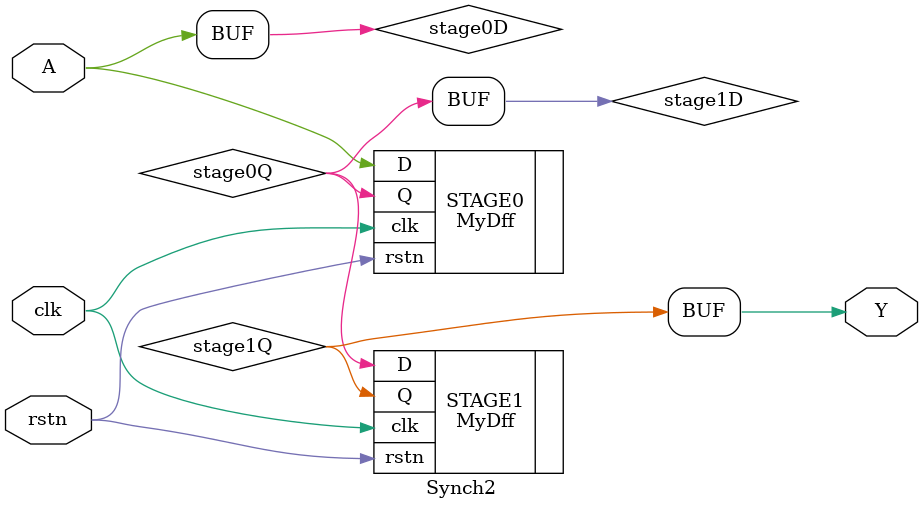
<source format=v>
/*
 * Synch2.v
 * 
 * "Simple 2 cycle synchronizer to synch signals and mitigate metastability"
 */
module Synch2 (
    // Basic I/O.
    input  A,
    output Y,
    
    // Common signals.
    input  clk,
    input  rstn
);

/////////////////////////
// -- Signals/Wires -- //
/////////////////////////

// Dff Stage wires.
wire stage0D, stage0Q;
wire stage1D, stage1Q;

////////////////////////////
// -- Blocks/Instances -- //
////////////////////////////

// Two Dffs implementing two stages of synchronizer.
MyDff STAGE0 (
    .D(stage0D),
    .Q(stage0Q),
    .clk(clk),
    .rstn(rstn)
);
MyDff STAGE1 (
    .D(stage1D),
    .Q(stage1Q),
    .clk(clk),
    .rstn(rstn)
);

//////////////////////////
// -- Connects/Logic -- //
//////////////////////////

// Create "pipeline" through each stage.
assign stage0D = A;
assign stage1D = stage0Q;
assign Y = stage1Q;

endmodule

</source>
